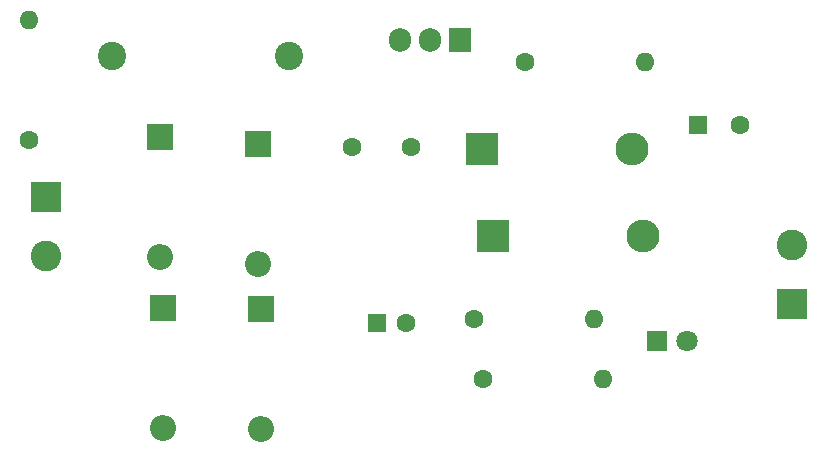
<source format=gbr>
%TF.GenerationSoftware,KiCad,Pcbnew,8.0.8*%
%TF.CreationDate,2026-02-04T08:37:40+05:30*%
%TF.ProjectId,power supply,706f7765-7220-4737-9570-706c792e6b69,rev?*%
%TF.SameCoordinates,Original*%
%TF.FileFunction,Soldermask,Bot*%
%TF.FilePolarity,Negative*%
%FSLAX46Y46*%
G04 Gerber Fmt 4.6, Leading zero omitted, Abs format (unit mm)*
G04 Created by KiCad (PCBNEW 8.0.8) date 2026-02-04 08:37:40*
%MOMM*%
%LPD*%
G01*
G04 APERTURE LIST*
%ADD10R,2.200000X2.200000*%
%ADD11O,2.200000X2.200000*%
%ADD12R,2.600000X2.600000*%
%ADD13C,2.600000*%
%ADD14C,1.600000*%
%ADD15O,1.600000X1.600000*%
%ADD16R,1.800000X1.800000*%
%ADD17C,1.800000*%
%ADD18R,2.800000X2.800000*%
%ADD19O,2.800000X2.800000*%
%ADD20R,1.600000X1.600000*%
%ADD21C,2.400000*%
%ADD22R,1.905000X2.000000*%
%ADD23O,1.905000X2.000000*%
G04 APERTURE END LIST*
D10*
%TO.C,D1*%
X99300000Y-120920000D03*
D11*
X99300000Y-131080000D03*
%TD*%
D10*
%TO.C,D2*%
X99500000Y-135400000D03*
D11*
X99500000Y-145560000D03*
%TD*%
D12*
%TO.C,J1*%
X89600000Y-126000000D03*
D13*
X89600000Y-131000000D03*
%TD*%
D14*
%TO.C,R1*%
X88200000Y-121180000D03*
D15*
X88200000Y-111020000D03*
%TD*%
D12*
%TO.C,J2*%
X152800000Y-135100000D03*
D13*
X152800000Y-130100000D03*
%TD*%
D14*
%TO.C,C2*%
X115500000Y-121800000D03*
X120500000Y-121800000D03*
%TD*%
D10*
%TO.C,D3*%
X107600000Y-121500000D03*
D11*
X107600000Y-131660000D03*
%TD*%
D14*
%TO.C,R2*%
X125840000Y-136300000D03*
D15*
X136000000Y-136300000D03*
%TD*%
D16*
%TO.C,D7*%
X141400000Y-138200000D03*
D17*
X143940000Y-138200000D03*
%TD*%
D18*
%TO.C,D5*%
X126500000Y-121900000D03*
D19*
X139200000Y-121900000D03*
%TD*%
D20*
%TO.C,C3*%
X117647349Y-136700000D03*
D14*
X120147349Y-136700000D03*
%TD*%
D21*
%TO.C,C1*%
X95200000Y-114100000D03*
X110200000Y-114100000D03*
%TD*%
D14*
%TO.C,R3*%
X126600000Y-141400000D03*
D15*
X136760000Y-141400000D03*
%TD*%
D14*
%TO.C,R4*%
X130200000Y-114600000D03*
D15*
X140360000Y-114600000D03*
%TD*%
D20*
%TO.C,C4*%
X144847349Y-119900000D03*
D14*
X148347349Y-119900000D03*
%TD*%
D22*
%TO.C,U1*%
X124680000Y-112700000D03*
D23*
X122140000Y-112700000D03*
X119600000Y-112700000D03*
%TD*%
D10*
%TO.C,D4*%
X107800000Y-135500000D03*
D11*
X107800000Y-145660000D03*
%TD*%
D18*
%TO.C,D6*%
X127450000Y-129300000D03*
D19*
X140150000Y-129300000D03*
%TD*%
M02*

</source>
